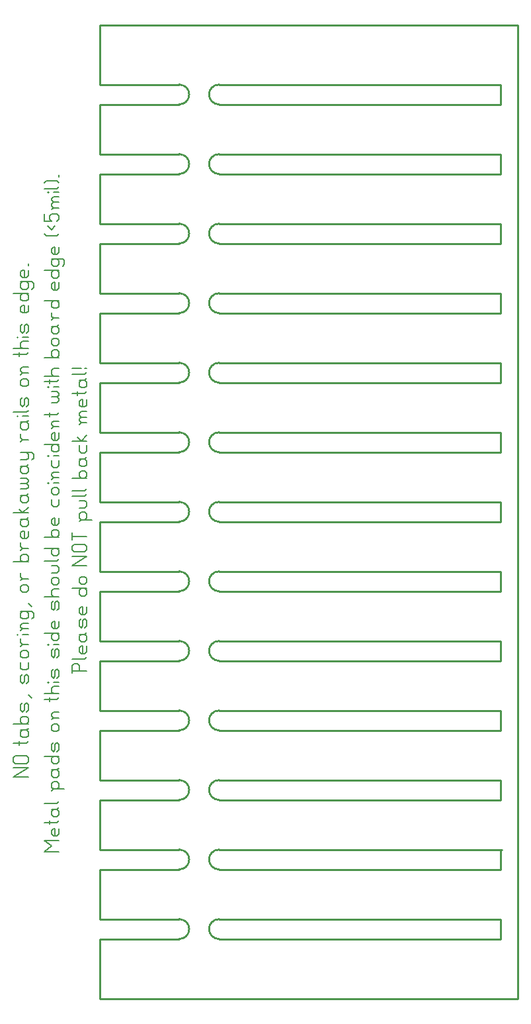
<source format=gbr>
G04 start of page 4 for group 2 idx 2 *
G04 Title: (unknown), outline *
G04 Creator: pcb 4.0.2 *
G04 CreationDate: Thu Jun 22 03:03:35 2023 UTC *
G04 For: railfan *
G04 Format: Gerber/RS-274X *
G04 PCB-Dimensions (mil): 3000.00 5500.00 *
G04 PCB-Coordinate-Origin: lower left *
%MOIN*%
%FSLAX25Y25*%
%LNOUTLINE*%
%ADD37C,0.0093*%
%ADD36C,0.0074*%
%ADD35C,0.0100*%
G54D35*X262000Y95000D02*X120000D01*
Y105000D02*X262500D01*
X262000Y130000D02*X120000D01*
Y140000D02*X262000D01*
Y130000D01*
Y105000D02*Y95000D01*
Y165000D02*X120000D01*
Y175000D02*X262000D01*
Y200000D02*X120000D01*
Y210000D02*X262000D01*
Y200000D01*
Y175000D02*Y165000D01*
Y70000D02*X120000D01*
Y60000D02*X262000D01*
X60000Y30000D02*X270500D01*
X262000Y70000D02*Y60000D01*
X100000Y95000D02*X60000D01*
Y105000D02*X100000D01*
X60000Y70000D02*Y95000D01*
X100000Y70000D02*X60000D01*
X100000Y130000D02*X60000D01*
Y140000D02*X100000D01*
X60000Y105000D02*Y130000D01*
Y140000D02*Y165000D01*
X100000Y60000D02*X60000D01*
Y30000D01*
X100000Y165000D02*X60000D01*
Y175000D02*X100000D01*
Y200000D02*X60000D01*
Y175000D02*Y200000D01*
Y210000D02*X100000D01*
Y235000D02*X60000D01*
Y210000D02*Y235000D01*
Y245000D02*X100000D01*
Y270000D02*X60000D01*
Y280000D02*X100000D01*
X60000Y245000D02*Y270000D01*
X262000Y235000D02*X120000D01*
Y245000D02*X262000D01*
Y270000D02*X120000D01*
Y280000D02*X262000D01*
Y305000D02*X120000D01*
Y315000D02*X262000D01*
Y305000D01*
Y280000D02*Y270000D01*
X270500Y520000D02*Y30000D01*
X262000Y245000D02*Y235000D01*
X100000Y305000D02*X60000D01*
Y315000D02*X100000D01*
Y340000D02*X60000D01*
Y315000D02*Y340000D01*
Y280000D02*Y305000D01*
Y385000D02*Y410000D01*
Y455000D02*Y480000D01*
Y490000D02*Y520000D01*
Y350000D02*X100000D01*
Y375000D02*X60000D01*
Y385000D02*X100000D01*
X60000Y350000D02*Y375000D01*
X100000Y410000D02*X60000D01*
Y420000D02*X100000D01*
Y445000D02*X60000D01*
Y455000D02*X100000D01*
X60000Y420000D02*Y445000D01*
X100000Y480000D02*X60000D01*
X100000Y490000D02*X60000D01*
X262000Y340000D02*X120000D01*
Y350000D02*X262000D01*
Y375000D02*X120000D01*
Y385000D02*X262000D01*
Y375000D01*
Y350000D02*Y340000D01*
Y410000D02*X120000D01*
Y420000D02*X262000D01*
Y445000D02*X120000D01*
Y455000D02*X262000D01*
Y445000D01*
Y420000D02*Y410000D01*
Y480000D02*X120000D01*
Y490000D02*X262000D01*
X60000Y520000D02*X270500D01*
X262000Y490000D02*Y480000D01*
X115000Y170000D02*G75*G03X120000Y165000I5000J0D01*G01*
X115000Y170000D02*G75*G02X120000Y175000I5000J0D01*G01*
X115000Y205000D02*G75*G03X120000Y200000I5000J0D01*G01*
X115000Y205000D02*G75*G02X120000Y210000I5000J0D01*G01*
X105000Y170000D02*G75*G03X100000Y175000I-5000J0D01*G01*
X105000Y205000D02*G75*G02X100000Y200000I-5000J0D01*G01*
X105000Y205000D02*G75*G03X100000Y210000I-5000J0D01*G01*
X105000Y240000D02*G75*G02X100000Y235000I-5000J0D01*G01*
X105000Y240000D02*G75*G03X100000Y245000I-5000J0D01*G01*
X115000Y135000D02*G75*G03X120000Y130000I5000J0D01*G01*
X115000Y135000D02*G75*G02X120000Y140000I5000J0D01*G01*
X105000Y135000D02*G75*G02X100000Y130000I-5000J0D01*G01*
X105000Y135000D02*G75*G03X100000Y140000I-5000J0D01*G01*
X115000Y100000D02*G75*G03X120000Y95000I5000J0D01*G01*
X115000Y100000D02*G75*G02X120000Y105000I5000J0D01*G01*
X105000Y100000D02*G75*G02X100000Y95000I-5000J0D01*G01*
X105000Y100000D02*G75*G03X100000Y105000I-5000J0D01*G01*
X105000Y170000D02*G75*G02X100000Y165000I-5000J0D01*G01*
X115000Y65000D02*G75*G02X120000Y70000I5000J0D01*G01*
X115000Y65000D02*G75*G03X120000Y60000I5000J0D01*G01*
X105000Y65000D02*G75*G03X100000Y70000I-5000J0D01*G01*
X105000Y65000D02*G75*G02X100000Y60000I-5000J0D01*G01*
X115000Y240000D02*G75*G03X120000Y235000I5000J0D01*G01*
X115000Y240000D02*G75*G02X120000Y245000I5000J0D01*G01*
X115000Y275000D02*G75*G03X120000Y270000I5000J0D01*G01*
X115000Y275000D02*G75*G02X120000Y280000I5000J0D01*G01*
X105000Y275000D02*G75*G02X100000Y270000I-5000J0D01*G01*
X105000Y275000D02*G75*G03X100000Y280000I-5000J0D01*G01*
X105000Y310000D02*G75*G02X100000Y305000I-5000J0D01*G01*
X105000Y310000D02*G75*G03X100000Y315000I-5000J0D01*G01*
X115000Y310000D02*G75*G03X120000Y305000I5000J0D01*G01*
X115000Y310000D02*G75*G02X120000Y315000I5000J0D01*G01*
X115000Y345000D02*G75*G03X120000Y340000I5000J0D01*G01*
X115000Y345000D02*G75*G02X120000Y350000I5000J0D01*G01*
X115000Y380000D02*G75*G03X120000Y375000I5000J0D01*G01*
X115000Y380000D02*G75*G02X120000Y385000I5000J0D01*G01*
X105000Y345000D02*G75*G02X100000Y340000I-5000J0D01*G01*
X105000Y345000D02*G75*G03X100000Y350000I-5000J0D01*G01*
X105000Y380000D02*G75*G02X100000Y375000I-5000J0D01*G01*
X105000Y380000D02*G75*G03X100000Y385000I-5000J0D01*G01*
X105000Y415000D02*G75*G02X100000Y410000I-5000J0D01*G01*
X105000Y415000D02*G75*G03X100000Y420000I-5000J0D01*G01*
X115000Y415000D02*G75*G03X120000Y410000I5000J0D01*G01*
X115000Y415000D02*G75*G02X120000Y420000I5000J0D01*G01*
X115000Y450000D02*G75*G03X120000Y445000I5000J0D01*G01*
X115000Y450000D02*G75*G02X120000Y455000I5000J0D01*G01*
X105000Y450000D02*G75*G02X100000Y445000I-5000J0D01*G01*
X105000Y450000D02*G75*G03X100000Y455000I-5000J0D01*G01*
X115000Y485000D02*G75*G03X120000Y480000I5000J0D01*G01*
X115000Y485000D02*G75*G02X120000Y490000I5000J0D01*G01*
X105000Y485000D02*G75*G02X100000Y480000I-5000J0D01*G01*
X105000Y485000D02*G75*G03X100000Y490000I-5000J0D01*G01*
G54D36*X16360Y141500D02*X23800D01*
X16360D02*X23800Y146150D01*
X16360D02*X23800D01*
X17290Y148382D02*X22870D01*
X17290D02*X16360Y149312D01*
Y151172D02*Y149312D01*
Y151172D02*X17290Y152102D01*
X22870D01*
X23800Y151172D02*X22870Y152102D01*
X23800Y151172D02*Y149312D01*
X22870Y148382D02*X23800Y149312D01*
X16360Y158612D02*X22870D01*
X23800Y159542D01*
X19150D02*Y157682D01*
X20080Y164192D02*X21010Y165122D01*
X20080Y164192D02*Y162332D01*
X21010Y161402D02*X20080Y162332D01*
X21010Y161402D02*X22870D01*
X23800Y162332D01*
X20080Y165122D02*X22870D01*
X23800Y166052D01*
Y164192D02*Y162332D01*
Y164192D02*X22870Y165122D01*
X16360Y168284D02*X23800D01*
X22870D02*X23800Y169214D01*
Y171074D02*Y169214D01*
Y171074D02*X22870Y172004D01*
X21010D02*X22870D01*
X20080Y171074D02*X21010Y172004D01*
X20080Y171074D02*Y169214D01*
X21010Y168284D02*X20080Y169214D01*
X23800Y177956D02*Y175166D01*
Y177956D02*X22870Y178886D01*
X21940Y177956D02*X22870Y178886D01*
X21940Y177956D02*Y175166D01*
X21010Y174236D02*X21940Y175166D01*
X21010Y174236D02*X20080Y175166D01*
Y177956D02*Y175166D01*
Y177956D02*X21010Y178886D01*
X22870Y174236D02*X23800Y175166D01*
X25660Y181118D02*X23800Y182978D01*
Y192278D02*Y189488D01*
Y192278D02*X22870Y193208D01*
X21940Y192278D02*X22870Y193208D01*
X21940Y192278D02*Y189488D01*
X21010Y188558D02*X21940Y189488D01*
X21010Y188558D02*X20080Y189488D01*
Y192278D02*Y189488D01*
Y192278D02*X21010Y193208D01*
X22870Y188558D02*X23800Y189488D01*
X20080Y199160D02*Y196370D01*
X21010Y195440D02*X20080Y196370D01*
X21010Y195440D02*X22870D01*
X23800Y196370D01*
Y199160D02*Y196370D01*
X21010Y201392D02*X22870D01*
X21010D02*X20080Y202322D01*
Y204182D02*Y202322D01*
Y204182D02*X21010Y205112D01*
X22870D01*
X23800Y204182D02*X22870Y205112D01*
X23800Y204182D02*Y202322D01*
X22870Y201392D02*X23800Y202322D01*
X21010Y208274D02*X23800D01*
X21010D02*X20080Y209204D01*
Y211064D02*Y209204D01*
Y207344D02*X21010Y208274D01*
G54D37*X18220Y213296D02*X18406D01*
G54D36*X21010D02*X23800D01*
X21010Y216086D02*X23800D01*
X21010D02*X20080Y217016D01*
Y217946D02*Y217016D01*
Y217946D02*X21010Y218876D01*
X23800D01*
X20080Y215156D02*X21010Y216086D01*
X20080Y223898D02*X21010Y224828D01*
X20080Y223898D02*Y222038D01*
X21010Y221108D02*X20080Y222038D01*
X21010Y221108D02*X22870D01*
X23800Y222038D01*
Y223898D02*Y222038D01*
Y223898D02*X22870Y224828D01*
X25660Y221108D02*X26590Y222038D01*
Y223898D02*Y222038D01*
Y223898D02*X25660Y224828D01*
X20080D02*X25660D01*
Y227060D02*X23800Y228920D01*
X21010Y234500D02*X22870D01*
X21010D02*X20080Y235430D01*
Y237290D02*Y235430D01*
Y237290D02*X21010Y238220D01*
X22870D01*
X23800Y237290D02*X22870Y238220D01*
X23800Y237290D02*Y235430D01*
X22870Y234500D02*X23800Y235430D01*
X21010Y241382D02*X23800D01*
X21010D02*X20080Y242312D01*
Y244172D02*Y242312D01*
Y240452D02*X21010Y241382D01*
X16360Y249752D02*X23800D01*
X22870D02*X23800Y250682D01*
Y252542D02*Y250682D01*
Y252542D02*X22870Y253472D01*
X21010D02*X22870D01*
X20080Y252542D02*X21010Y253472D01*
X20080Y252542D02*Y250682D01*
X21010Y249752D02*X20080Y250682D01*
X21010Y256634D02*X23800D01*
X21010D02*X20080Y257564D01*
Y259424D02*Y257564D01*
Y255704D02*X21010Y256634D01*
X23800Y265376D02*Y262586D01*
X22870Y261656D02*X23800Y262586D01*
X21010Y261656D02*X22870D01*
X21010D02*X20080Y262586D01*
Y264446D02*Y262586D01*
Y264446D02*X21010Y265376D01*
X21940D02*Y261656D01*
X21010Y265376D02*X21940D01*
X20080Y270398D02*X21010Y271328D01*
X20080Y270398D02*Y268538D01*
X21010Y267608D02*X20080Y268538D01*
X21010Y267608D02*X22870D01*
X23800Y268538D01*
X20080Y271328D02*X22870D01*
X23800Y272258D01*
Y270398D02*Y268538D01*
Y270398D02*X22870Y271328D01*
X16360Y274490D02*X23800D01*
X21010D02*X23800Y277280D01*
X21010Y274490D02*X19150Y276350D01*
X20080Y282302D02*X21010Y283232D01*
X20080Y282302D02*Y280442D01*
X21010Y279512D02*X20080Y280442D01*
X21010Y279512D02*X22870D01*
X23800Y280442D01*
X20080Y283232D02*X22870D01*
X23800Y284162D01*
Y282302D02*Y280442D01*
Y282302D02*X22870Y283232D01*
X20080Y286394D02*X22870D01*
X23800Y287324D01*
Y288254D02*Y287324D01*
Y288254D02*X22870Y289184D01*
X20080D02*X22870D01*
X23800Y290114D01*
Y291044D02*Y290114D01*
Y291044D02*X22870Y291974D01*
X20080D02*X22870D01*
X20080Y296996D02*X21010Y297926D01*
X20080Y296996D02*Y295136D01*
X21010Y294206D02*X20080Y295136D01*
X21010Y294206D02*X22870D01*
X23800Y295136D01*
X20080Y297926D02*X22870D01*
X23800Y298856D01*
Y296996D02*Y295136D01*
Y296996D02*X22870Y297926D01*
X20080Y301088D02*X22870D01*
X23800Y302018D01*
X20080Y304808D02*X25660D01*
X26590Y303878D02*X25660Y304808D01*
X26590Y303878D02*Y302018D01*
X25660Y301088D02*X26590Y302018D01*
X23800Y303878D02*Y302018D01*
Y303878D02*X22870Y304808D01*
X21010Y311318D02*X23800D01*
X21010D02*X20080Y312248D01*
Y314108D02*Y312248D01*
Y310388D02*X21010Y311318D01*
X20080Y319130D02*X21010Y320060D01*
X20080Y319130D02*Y317270D01*
X21010Y316340D02*X20080Y317270D01*
X21010Y316340D02*X22870D01*
X23800Y317270D01*
X20080Y320060D02*X22870D01*
X23800Y320990D01*
Y319130D02*Y317270D01*
Y319130D02*X22870Y320060D01*
G54D37*X18220Y323222D02*X18406D01*
G54D36*X21010D02*X23800D01*
X16360Y325082D02*X22870D01*
X23800Y326012D01*
Y331592D02*Y328802D01*
Y331592D02*X22870Y332522D01*
X21940Y331592D02*X22870Y332522D01*
X21940Y331592D02*Y328802D01*
X21010Y327872D02*X21940Y328802D01*
X21010Y327872D02*X20080Y328802D01*
Y331592D02*Y328802D01*
Y331592D02*X21010Y332522D01*
X22870Y327872D02*X23800Y328802D01*
X21010Y338102D02*X22870D01*
X21010D02*X20080Y339032D01*
Y340892D02*Y339032D01*
Y340892D02*X21010Y341822D01*
X22870D01*
X23800Y340892D02*X22870Y341822D01*
X23800Y340892D02*Y339032D01*
X22870Y338102D02*X23800Y339032D01*
X21010Y344984D02*X23800D01*
X21010D02*X20080Y345914D01*
Y346844D02*Y345914D01*
Y346844D02*X21010Y347774D01*
X23800D01*
X20080Y344054D02*X21010Y344984D01*
X16360Y354284D02*X22870D01*
X23800Y355214D01*
X19150D02*Y353354D01*
X16360Y357074D02*X23800D01*
X21010D02*X20080Y358004D01*
Y359864D02*Y358004D01*
Y359864D02*X21010Y360794D01*
X23800D01*
G54D37*X18220Y363026D02*X18406D01*
G54D36*X21010D02*X23800D01*
Y368606D02*Y365816D01*
Y368606D02*X22870Y369536D01*
X21940Y368606D02*X22870Y369536D01*
X21940Y368606D02*Y365816D01*
X21010Y364886D02*X21940Y365816D01*
X21010Y364886D02*X20080Y365816D01*
Y368606D02*Y365816D01*
Y368606D02*X21010Y369536D01*
X22870Y364886D02*X23800Y365816D01*
Y378836D02*Y376046D01*
X22870Y375116D02*X23800Y376046D01*
X21010Y375116D02*X22870D01*
X21010D02*X20080Y376046D01*
Y377906D02*Y376046D01*
Y377906D02*X21010Y378836D01*
X21940D02*Y375116D01*
X21010Y378836D02*X21940D01*
X16360Y384788D02*X23800D01*
Y383858D02*X22870Y384788D01*
X23800Y383858D02*Y381998D01*
X22870Y381068D02*X23800Y381998D01*
X21010Y381068D02*X22870D01*
X21010D02*X20080Y381998D01*
Y383858D02*Y381998D01*
Y383858D02*X21010Y384788D01*
X20080Y389810D02*X21010Y390740D01*
X20080Y389810D02*Y387950D01*
X21010Y387020D02*X20080Y387950D01*
X21010Y387020D02*X22870D01*
X23800Y387950D01*
Y389810D02*Y387950D01*
Y389810D02*X22870Y390740D01*
X25660Y387020D02*X26590Y387950D01*
Y389810D02*Y387950D01*
Y389810D02*X25660Y390740D01*
X20080D02*X25660D01*
X23800Y396692D02*Y393902D01*
X22870Y392972D02*X23800Y393902D01*
X21010Y392972D02*X22870D01*
X21010D02*X20080Y393902D01*
Y395762D02*Y393902D01*
Y395762D02*X21010Y396692D01*
X21940D02*Y392972D01*
X21010Y396692D02*X21940D01*
X23800Y399854D02*Y398924D01*
X45860Y194930D02*X53300D01*
X45860Y197720D02*Y194000D01*
Y197720D02*X46790Y198650D01*
X48650D01*
X49580Y197720D02*X48650Y198650D01*
X49580Y197720D02*Y194930D01*
X45860Y200882D02*X52370D01*
X53300Y201812D01*
Y207392D02*Y204602D01*
X52370Y203672D02*X53300Y204602D01*
X50510Y203672D02*X52370D01*
X50510D02*X49580Y204602D01*
Y206462D02*Y204602D01*
Y206462D02*X50510Y207392D01*
X51440D02*Y203672D01*
X50510Y207392D02*X51440D01*
X49580Y212414D02*X50510Y213344D01*
X49580Y212414D02*Y210554D01*
X50510Y209624D02*X49580Y210554D01*
X50510Y209624D02*X52370D01*
X53300Y210554D01*
X49580Y213344D02*X52370D01*
X53300Y214274D01*
Y212414D02*Y210554D01*
Y212414D02*X52370Y213344D01*
X53300Y220226D02*Y217436D01*
Y220226D02*X52370Y221156D01*
X51440Y220226D02*X52370Y221156D01*
X51440Y220226D02*Y217436D01*
X50510Y216506D02*X51440Y217436D01*
X50510Y216506D02*X49580Y217436D01*
Y220226D02*Y217436D01*
Y220226D02*X50510Y221156D01*
X52370Y216506D02*X53300Y217436D01*
Y227108D02*Y224318D01*
X52370Y223388D02*X53300Y224318D01*
X50510Y223388D02*X52370D01*
X50510D02*X49580Y224318D01*
Y226178D02*Y224318D01*
Y226178D02*X50510Y227108D01*
X51440D02*Y223388D01*
X50510Y227108D02*X51440D01*
X45860Y236408D02*X53300D01*
Y235478D02*X52370Y236408D01*
X53300Y235478D02*Y233618D01*
X52370Y232688D02*X53300Y233618D01*
X50510Y232688D02*X52370D01*
X50510D02*X49580Y233618D01*
Y235478D02*Y233618D01*
Y235478D02*X50510Y236408D01*
Y238640D02*X52370D01*
X50510D02*X49580Y239570D01*
Y241430D02*Y239570D01*
Y241430D02*X50510Y242360D01*
X52370D01*
X53300Y241430D02*X52370Y242360D01*
X53300Y241430D02*Y239570D01*
X52370Y238640D02*X53300Y239570D01*
X45860Y247940D02*X53300D01*
X45860D02*X53300Y252590D01*
X45860D02*X53300D01*
X46790Y254822D02*X52370D01*
X46790D02*X45860Y255752D01*
Y257612D02*Y255752D01*
Y257612D02*X46790Y258542D01*
X52370D01*
X53300Y257612D02*X52370Y258542D01*
X53300Y257612D02*Y255752D01*
X52370Y254822D02*X53300Y255752D01*
X45860Y264494D02*Y260774D01*
Y262634D02*X53300D01*
X50510Y271004D02*X56090D01*
X49580Y270074D02*X50510Y271004D01*
X49580Y271934D01*
Y273794D02*Y271934D01*
Y273794D02*X50510Y274724D01*
X52370D01*
X53300Y273794D02*X52370Y274724D01*
X53300Y273794D02*Y271934D01*
X52370Y271004D02*X53300Y271934D01*
X49580Y276956D02*X52370D01*
X53300Y277886D01*
Y279746D02*Y277886D01*
Y279746D02*X52370Y280676D01*
X49580D02*X52370D01*
X45860Y282908D02*X52370D01*
X53300Y283838D01*
X45860Y285698D02*X52370D01*
X53300Y286628D01*
X45860Y291836D02*X53300D01*
X52370D02*X53300Y292766D01*
Y294626D02*Y292766D01*
Y294626D02*X52370Y295556D01*
X50510D02*X52370D01*
X49580Y294626D02*X50510Y295556D01*
X49580Y294626D02*Y292766D01*
X50510Y291836D02*X49580Y292766D01*
Y300578D02*X50510Y301508D01*
X49580Y300578D02*Y298718D01*
X50510Y297788D02*X49580Y298718D01*
X50510Y297788D02*X52370D01*
X53300Y298718D01*
X49580Y301508D02*X52370D01*
X53300Y302438D01*
Y300578D02*Y298718D01*
Y300578D02*X52370Y301508D01*
X49580Y308390D02*Y305600D01*
X50510Y304670D02*X49580Y305600D01*
X50510Y304670D02*X52370D01*
X53300Y305600D01*
Y308390D02*Y305600D01*
X45860Y310622D02*X53300D01*
X50510D02*X53300Y313412D01*
X50510Y310622D02*X48650Y312482D01*
X50510Y319922D02*X53300D01*
X50510D02*X49580Y320852D01*
Y321782D02*Y320852D01*
Y321782D02*X50510Y322712D01*
X53300D01*
X50510D02*X49580Y323642D01*
Y324572D02*Y323642D01*
Y324572D02*X50510Y325502D01*
X53300D01*
X49580Y318992D02*X50510Y319922D01*
X53300Y331454D02*Y328664D01*
X52370Y327734D02*X53300Y328664D01*
X50510Y327734D02*X52370D01*
X50510D02*X49580Y328664D01*
Y330524D02*Y328664D01*
Y330524D02*X50510Y331454D01*
X51440D02*Y327734D01*
X50510Y331454D02*X51440D01*
X45860Y334616D02*X52370D01*
X53300Y335546D01*
X48650D02*Y333686D01*
X49580Y340196D02*X50510Y341126D01*
X49580Y340196D02*Y338336D01*
X50510Y337406D02*X49580Y338336D01*
X50510Y337406D02*X52370D01*
X53300Y338336D01*
X49580Y341126D02*X52370D01*
X53300Y342056D01*
Y340196D02*Y338336D01*
Y340196D02*X52370Y341126D01*
X45860Y344288D02*X52370D01*
X53300Y345218D01*
X52370Y347078D02*X53300D01*
X45860D02*X50510D01*
X31860Y104000D02*X39300D01*
X31860D02*X35580Y106790D01*
X31860Y109580D01*
X39300D01*
Y115532D02*Y112742D01*
X38370Y111812D02*X39300Y112742D01*
X36510Y111812D02*X38370D01*
X36510D02*X35580Y112742D01*
Y114602D02*Y112742D01*
Y114602D02*X36510Y115532D01*
X37440D02*Y111812D01*
X36510Y115532D02*X37440D01*
X31860Y118694D02*X38370D01*
X39300Y119624D01*
X34650D02*Y117764D01*
X35580Y124274D02*X36510Y125204D01*
X35580Y124274D02*Y122414D01*
X36510Y121484D02*X35580Y122414D01*
X36510Y121484D02*X38370D01*
X39300Y122414D01*
X35580Y125204D02*X38370D01*
X39300Y126134D01*
Y124274D02*Y122414D01*
Y124274D02*X38370Y125204D01*
X31860Y128366D02*X38370D01*
X39300Y129296D01*
X36510Y135434D02*X42090D01*
X35580Y134504D02*X36510Y135434D01*
X35580Y136364D01*
Y138224D02*Y136364D01*
Y138224D02*X36510Y139154D01*
X38370D01*
X39300Y138224D02*X38370Y139154D01*
X39300Y138224D02*Y136364D01*
X38370Y135434D02*X39300Y136364D01*
X35580Y144176D02*X36510Y145106D01*
X35580Y144176D02*Y142316D01*
X36510Y141386D02*X35580Y142316D01*
X36510Y141386D02*X38370D01*
X39300Y142316D01*
X35580Y145106D02*X38370D01*
X39300Y146036D01*
Y144176D02*Y142316D01*
Y144176D02*X38370Y145106D01*
X31860Y151988D02*X39300D01*
Y151058D02*X38370Y151988D01*
X39300Y151058D02*Y149198D01*
X38370Y148268D02*X39300Y149198D01*
X36510Y148268D02*X38370D01*
X36510D02*X35580Y149198D01*
Y151058D02*Y149198D01*
Y151058D02*X36510Y151988D01*
X39300Y157940D02*Y155150D01*
Y157940D02*X38370Y158870D01*
X37440Y157940D02*X38370Y158870D01*
X37440Y157940D02*Y155150D01*
X36510Y154220D02*X37440Y155150D01*
X36510Y154220D02*X35580Y155150D01*
Y157940D02*Y155150D01*
Y157940D02*X36510Y158870D01*
X38370Y154220D02*X39300Y155150D01*
X36510Y164450D02*X38370D01*
X36510D02*X35580Y165380D01*
Y167240D02*Y165380D01*
Y167240D02*X36510Y168170D01*
X38370D01*
X39300Y167240D02*X38370Y168170D01*
X39300Y167240D02*Y165380D01*
X38370Y164450D02*X39300Y165380D01*
X36510Y171332D02*X39300D01*
X36510D02*X35580Y172262D01*
Y173192D02*Y172262D01*
Y173192D02*X36510Y174122D01*
X39300D01*
X35580Y170402D02*X36510Y171332D01*
X31860Y180632D02*X38370D01*
X39300Y181562D01*
X34650D02*Y179702D01*
X31860Y183422D02*X39300D01*
X36510D02*X35580Y184352D01*
Y186212D02*Y184352D01*
Y186212D02*X36510Y187142D01*
X39300D01*
G54D37*X33720Y189374D02*X33906D01*
G54D36*X36510D02*X39300D01*
Y194954D02*Y192164D01*
Y194954D02*X38370Y195884D01*
X37440Y194954D02*X38370Y195884D01*
X37440Y194954D02*Y192164D01*
X36510Y191234D02*X37440Y192164D01*
X36510Y191234D02*X35580Y192164D01*
Y194954D02*Y192164D01*
Y194954D02*X36510Y195884D01*
X38370Y191234D02*X39300Y192164D01*
Y205184D02*Y202394D01*
Y205184D02*X38370Y206114D01*
X37440Y205184D02*X38370Y206114D01*
X37440Y205184D02*Y202394D01*
X36510Y201464D02*X37440Y202394D01*
X36510Y201464D02*X35580Y202394D01*
Y205184D02*Y202394D01*
Y205184D02*X36510Y206114D01*
X38370Y201464D02*X39300Y202394D01*
G54D37*X33720Y208346D02*X33906D01*
G54D36*X36510D02*X39300D01*
X31860Y213926D02*X39300D01*
Y212996D02*X38370Y213926D01*
X39300Y212996D02*Y211136D01*
X38370Y210206D02*X39300Y211136D01*
X36510Y210206D02*X38370D01*
X36510D02*X35580Y211136D01*
Y212996D02*Y211136D01*
Y212996D02*X36510Y213926D01*
X39300Y219878D02*Y217088D01*
X38370Y216158D02*X39300Y217088D01*
X36510Y216158D02*X38370D01*
X36510D02*X35580Y217088D01*
Y218948D02*Y217088D01*
Y218948D02*X36510Y219878D01*
X37440D02*Y216158D01*
X36510Y219878D02*X37440D01*
X39300Y229178D02*Y226388D01*
Y229178D02*X38370Y230108D01*
X37440Y229178D02*X38370Y230108D01*
X37440Y229178D02*Y226388D01*
X36510Y225458D02*X37440Y226388D01*
X36510Y225458D02*X35580Y226388D01*
Y229178D02*Y226388D01*
Y229178D02*X36510Y230108D01*
X38370Y225458D02*X39300Y226388D01*
X31860Y232340D02*X39300D01*
X36510D02*X35580Y233270D01*
Y235130D02*Y233270D01*
Y235130D02*X36510Y236060D01*
X39300D01*
X36510Y238292D02*X38370D01*
X36510D02*X35580Y239222D01*
Y241082D02*Y239222D01*
Y241082D02*X36510Y242012D01*
X38370D01*
X39300Y241082D02*X38370Y242012D01*
X39300Y241082D02*Y239222D01*
X38370Y238292D02*X39300Y239222D01*
X35580Y244244D02*X38370D01*
X39300Y245174D01*
Y247034D02*Y245174D01*
Y247034D02*X38370Y247964D01*
X35580D02*X38370D01*
X31860Y250196D02*X38370D01*
X39300Y251126D01*
X31860Y256706D02*X39300D01*
Y255776D02*X38370Y256706D01*
X39300Y255776D02*Y253916D01*
X38370Y252986D02*X39300Y253916D01*
X36510Y252986D02*X38370D01*
X36510D02*X35580Y253916D01*
Y255776D02*Y253916D01*
Y255776D02*X36510Y256706D01*
X31860Y262286D02*X39300D01*
X38370D02*X39300Y263216D01*
Y265076D02*Y263216D01*
Y265076D02*X38370Y266006D01*
X36510D02*X38370D01*
X35580Y265076D02*X36510Y266006D01*
X35580Y265076D02*Y263216D01*
X36510Y262286D02*X35580Y263216D01*
X39300Y271958D02*Y269168D01*
X38370Y268238D02*X39300Y269168D01*
X36510Y268238D02*X38370D01*
X36510D02*X35580Y269168D01*
Y271028D02*Y269168D01*
Y271028D02*X36510Y271958D01*
X37440D02*Y268238D01*
X36510Y271958D02*X37440D01*
X35580Y281258D02*Y278468D01*
X36510Y277538D02*X35580Y278468D01*
X36510Y277538D02*X38370D01*
X39300Y278468D01*
Y281258D02*Y278468D01*
X36510Y283490D02*X38370D01*
X36510D02*X35580Y284420D01*
Y286280D02*Y284420D01*
Y286280D02*X36510Y287210D01*
X38370D01*
X39300Y286280D02*X38370Y287210D01*
X39300Y286280D02*Y284420D01*
X38370Y283490D02*X39300Y284420D01*
G54D37*X33720Y289442D02*X33906D01*
G54D36*X36510D02*X39300D01*
X36510Y292232D02*X39300D01*
X36510D02*X35580Y293162D01*
Y294092D02*Y293162D01*
Y294092D02*X36510Y295022D01*
X39300D01*
X35580Y291302D02*X36510Y292232D01*
X35580Y300974D02*Y298184D01*
X36510Y297254D02*X35580Y298184D01*
X36510Y297254D02*X38370D01*
X39300Y298184D01*
Y300974D02*Y298184D01*
G54D37*X33720Y303206D02*X33906D01*
G54D36*X36510D02*X39300D01*
X31860Y308786D02*X39300D01*
Y307856D02*X38370Y308786D01*
X39300Y307856D02*Y305996D01*
X38370Y305066D02*X39300Y305996D01*
X36510Y305066D02*X38370D01*
X36510D02*X35580Y305996D01*
Y307856D02*Y305996D01*
Y307856D02*X36510Y308786D01*
X39300Y314738D02*Y311948D01*
X38370Y311018D02*X39300Y311948D01*
X36510Y311018D02*X38370D01*
X36510D02*X35580Y311948D01*
Y313808D02*Y311948D01*
Y313808D02*X36510Y314738D01*
X37440D02*Y311018D01*
X36510Y314738D02*X37440D01*
X36510Y317900D02*X39300D01*
X36510D02*X35580Y318830D01*
Y319760D02*Y318830D01*
Y319760D02*X36510Y320690D01*
X39300D01*
X35580Y316970D02*X36510Y317900D01*
X31860Y323852D02*X38370D01*
X39300Y324782D01*
X34650D02*Y322922D01*
X35580Y329990D02*X38370D01*
X39300Y330920D01*
Y331850D02*Y330920D01*
Y331850D02*X38370Y332780D01*
X35580D02*X38370D01*
X39300Y333710D01*
Y334640D02*Y333710D01*
Y334640D02*X38370Y335570D01*
X35580D02*X38370D01*
G54D37*X33720Y337802D02*X33906D01*
G54D36*X36510D02*X39300D01*
X31860Y340592D02*X38370D01*
X39300Y341522D01*
X34650D02*Y339662D01*
X31860Y343382D02*X39300D01*
X36510D02*X35580Y344312D01*
Y346172D02*Y344312D01*
Y346172D02*X36510Y347102D01*
X39300D01*
X31860Y352682D02*X39300D01*
X38370D02*X39300Y353612D01*
Y355472D02*Y353612D01*
Y355472D02*X38370Y356402D01*
X36510D02*X38370D01*
X35580Y355472D02*X36510Y356402D01*
X35580Y355472D02*Y353612D01*
X36510Y352682D02*X35580Y353612D01*
X36510Y358634D02*X38370D01*
X36510D02*X35580Y359564D01*
Y361424D02*Y359564D01*
Y361424D02*X36510Y362354D01*
X38370D01*
X39300Y361424D02*X38370Y362354D01*
X39300Y361424D02*Y359564D01*
X38370Y358634D02*X39300Y359564D01*
X35580Y367376D02*X36510Y368306D01*
X35580Y367376D02*Y365516D01*
X36510Y364586D02*X35580Y365516D01*
X36510Y364586D02*X38370D01*
X39300Y365516D01*
X35580Y368306D02*X38370D01*
X39300Y369236D01*
Y367376D02*Y365516D01*
Y367376D02*X38370Y368306D01*
X36510Y372398D02*X39300D01*
X36510D02*X35580Y373328D01*
Y375188D02*Y373328D01*
Y371468D02*X36510Y372398D01*
X31860Y381140D02*X39300D01*
Y380210D02*X38370Y381140D01*
X39300Y380210D02*Y378350D01*
X38370Y377420D02*X39300Y378350D01*
X36510Y377420D02*X38370D01*
X36510D02*X35580Y378350D01*
Y380210D02*Y378350D01*
Y380210D02*X36510Y381140D01*
X39300Y390440D02*Y387650D01*
X38370Y386720D02*X39300Y387650D01*
X36510Y386720D02*X38370D01*
X36510D02*X35580Y387650D01*
Y389510D02*Y387650D01*
Y389510D02*X36510Y390440D01*
X37440D02*Y386720D01*
X36510Y390440D02*X37440D01*
X31860Y396392D02*X39300D01*
Y395462D02*X38370Y396392D01*
X39300Y395462D02*Y393602D01*
X38370Y392672D02*X39300Y393602D01*
X36510Y392672D02*X38370D01*
X36510D02*X35580Y393602D01*
Y395462D02*Y393602D01*
Y395462D02*X36510Y396392D01*
X35580Y401414D02*X36510Y402344D01*
X35580Y401414D02*Y399554D01*
X36510Y398624D02*X35580Y399554D01*
X36510Y398624D02*X38370D01*
X39300Y399554D01*
Y401414D02*Y399554D01*
Y401414D02*X38370Y402344D01*
X41160Y398624D02*X42090Y399554D01*
Y401414D02*Y399554D01*
Y401414D02*X41160Y402344D01*
X35580D02*X41160D01*
X39300Y408296D02*Y405506D01*
X38370Y404576D02*X39300Y405506D01*
X36510Y404576D02*X38370D01*
X36510D02*X35580Y405506D01*
Y407366D02*Y405506D01*
Y407366D02*X36510Y408296D01*
X37440D02*Y404576D01*
X36510Y408296D02*X37440D01*
X38370Y413876D02*X39300Y414806D01*
X32790Y413876D02*X31860Y414806D01*
X32790Y413876D02*X38370D01*
X35580Y417038D02*X33720Y418898D01*
X35580Y417038D02*X37440Y418898D01*
X31860Y424850D02*Y421130D01*
X35580D01*
X34650Y422060D01*
Y423920D02*Y422060D01*
Y423920D02*X35580Y424850D01*
X38370D01*
X39300Y423920D02*X38370Y424850D01*
X39300Y423920D02*Y422060D01*
X38370Y421130D02*X39300Y422060D01*
X36510Y428012D02*X39300D01*
X36510D02*X35580Y428942D01*
Y429872D02*Y428942D01*
Y429872D02*X36510Y430802D01*
X39300D01*
X36510D02*X35580Y431732D01*
Y432662D02*Y431732D01*
Y432662D02*X36510Y433592D01*
X39300D01*
X35580Y427082D02*X36510Y428012D01*
G54D37*X33720Y435824D02*X33906D01*
G54D36*X36510D02*X39300D01*
X31860Y437684D02*X38370D01*
X39300Y438614D01*
X31860Y440474D02*X32790Y441404D01*
X38370D01*
X39300Y440474D02*X38370Y441404D01*
X39300Y444566D02*Y443636D01*
M02*

</source>
